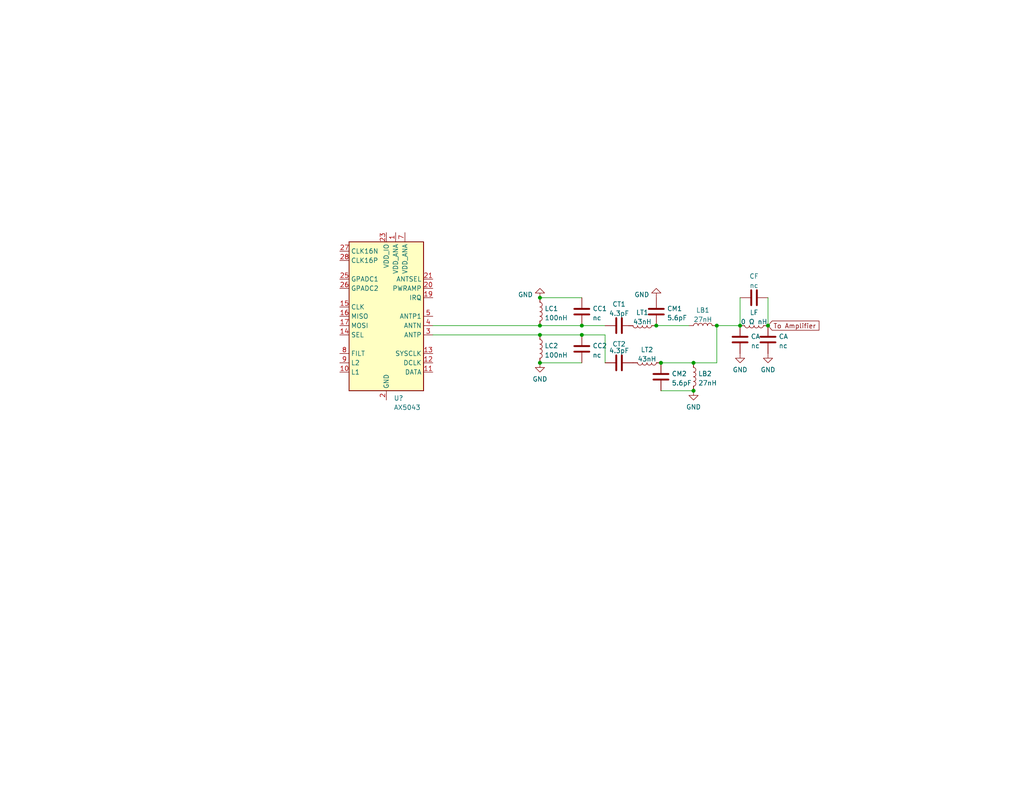
<source format=kicad_sch>
(kicad_sch (version 20211123) (generator eeschema)
  (paper "USLetter")
  (title_block (title "SilverSat Radio Module (AX5043 Board)") (company "SilverSat Limited") (comment 1 "(https://www.mouser.com/datasheet/2/308/AX5043_D-2309932.pdf)") (comment 2 "Antenna Output Circuit: AX5043 data pg. 34 "))
  (lib_symbols
    (symbol "Device:C" (pin_numbers hide) (pin_names (offset 0.254))
      (property "Reference" "C" (at 0.635 2.54 0))
      (property "Value" "C" (at 0.635 -2.54 0))
      (symbol "C_0_1"
        (polyline (pts (xy -2.032 -0.762) (xy 2.032 -0.762)) (stroke (width 0.508)))
        (polyline (pts (xy -2.032 0.762) (xy 2.032 0.762)) (stroke (width 0.508)))
      )
      (symbol "C_1_1"
        (pin passive line (at 0 3.81 270) (length 2.794) (name "~") (number "1"))
        (pin passive line (at 0 -3.81 90) (length 2.794) (name "~") (number "2"))
      )
    )
    (symbol "Device:L" (pin_numbers hide) (pin_names (offset 1.016) hide)
      (property "Reference" "L" (at -1.27 0 90))
      (property "Value" "L" (at 1.905 0 90))
      (symbol "L_0_1"
        (arc (start 0 -2.54) (mid 0.635 -1.905) (end 0 -1.27))
        (arc (start 0 -1.27) (mid 0.635 -0.635) (end 0 0))
        (arc (start 0 0) (mid 0.635 0.635) (end 0 1.27))
        (arc (start 0 1.27) (mid 0.635 1.905) (end 0 2.54))
      )
      (symbol "L_1_1"
        (pin passive line (at 0 3.81 270) (length 1.27) (name "1") (number "1"))
        (pin passive line (at 0 -3.81 90) (length 1.27) (name "2") (number "2"))
      )
    )
    (symbol "RF:AX5043"
      (property "Reference" "U" (at -8.89 21.59 0))
      (property "Value" "AX5043" (at 8.89 21.59 0))
      (symbol "AX5043_1_0"
        (rectangle (start -10.16 -20.32) (end 10.16 20.32) (stroke (width 0.254)) (fill (type background)))
      )
      (symbol "AX5043_1_1"
        (pin power_out line (at 2.54 22.86 270) (length 2.54) (name "VDD_ANA") (number "1"))
        (pin passive line (at -12.7 -15.24 0) (length 2.54) (name "L1") (number "10"))
        (pin bidirectional line (at 12.7 -15.24 180) (length 2.54) (name "DATA") (number "11"))
        (pin bidirectional line (at 12.7 -12.7 180) (length 2.54) (name "DCLK") (number "12"))
        (pin bidirectional line (at 12.7 -10.16 180) (length 2.54) (name "SYSCLK") (number "13"))
        (pin input line (at -12.7 -5.08 0) (length 2.54) (name "SEL") (number "14"))
        (pin input line (at -12.7 2.54 0) (length 2.54) (name "CLK") (number "15"))
        (pin output line (at -12.7 0 0) (length 2.54) (name "MISO") (number "16"))
        (pin input line (at -12.7 -2.54 0) (length 2.54) (name "MOSI") (number "17"))
        (pin no_connect line (at -2.54 -20.32 90) (length 2.54) hide (name "NC") (number "18"))
        (pin output line (at 12.7 5.08 180) (length 2.54) (name "IRQ") (number "19"))
        (pin power_in line (at 0 -22.86 90) (length 2.54) (name "GND") (number "2"))
        (pin bidirectional line (at 12.7 7.62 180) (length 2.54) (name "PWRAMP") (number "20"))
        (pin bidirectional line (at 12.7 10.16 180) (length 2.54) (name "ANTSEL") (number "21"))
        (pin no_connect line (at 2.54 -20.32 90) (length 2.54) hide (name "NC") (number "22"))
        (pin power_in line (at 0 22.86 270) (length 2.54) (name "VDD_IO") (number "23"))
        (pin no_connect line (at -5.08 -20.32 90) (length 2.54) hide (name "NC") (number "24"))
        (pin input line (at -12.7 10.16 0) (length 2.54) (name "GPADC1") (number "25"))
        (pin input line (at -12.7 7.62 0) (length 2.54) (name "GPADC2") (number "26"))
        (pin input line (at -12.7 17.78 0) (length 2.54) (name "CLK16N") (number "27"))
        (pin input line (at -12.7 15.24 0) (length 2.54) (name "CLK16P") (number "28"))
        (pin passive line (at 0 -22.86 90) (length 2.54) hide (name "GND") (number "29"))
        (pin bidirectional line (at 12.7 -5.08 180) (length 2.54) (name "ANTP") (number "3"))
        (pin bidirectional line (at 12.7 -2.54 180) (length 2.54) (name "ANTN") (number "4"))
        (pin output line (at 12.7 0 180) (length 2.54) (name "ANTP1") (number "5"))
        (pin passive line (at 0 -22.86 90) (length 2.54) hide (name "GND") (number "6"))
        (pin power_out line (at 5.08 22.86 270) (length 2.54) (name "VDD_ANA") (number "7"))
        (pin input line (at -12.7 -10.16 0) (length 2.54) (name "FILT") (number "8"))
        (pin passive line (at -12.7 -12.7 0) (length 2.54) (name "L2") (number "9"))
      )
    )
    (symbol "power:GND" (power) (pin_names (offset 0))
      (property "Value" "GND" (at 0 -3.81 0))
      (symbol "GND_0_1"
        (polyline (pts (xy 0 0) (xy 0 -1.27) (xy 1.27 -1.27) (xy 0 -2.54) (xy -1.27 -1.27) (xy 0 -1.27)))
      )
      (symbol "GND_1_1"
        (pin power_in line (at 0 0 270) (length 0) hide (name "GND") (number "1"))
      )
    )
  )
  (junction (at 195.58 88.9))
  (junction (at 180.34 99.06))
  (junction (at 147.32 81.28))
  (junction (at 209.55 88.9))
  (junction (at 147.32 99.06))
  (junction (at 158.75 91.44))
  (junction (at 158.75 88.9))
  (junction (at 201.93 88.9))
  (junction (at 189.23 99.06))
  (junction (at 179.07 88.9))
  (junction (at 189.23 106.68))
  (junction (at 147.32 91.44))
  (junction (at 147.32 88.9))
  (wire (pts (xy 195.58 99.06) (xy 189.23 99.06)))
  (wire (pts (xy 195.58 88.9) (xy 201.93 88.9)))
  (wire (pts (xy 180.34 106.68) (xy 189.23 106.68)))
  (wire (pts (xy 209.55 81.28) (xy 209.55 88.9)))
  (wire (pts (xy 158.75 91.44) (xy 165.1 91.44)))
  (wire (pts (xy 118.11 91.44) (xy 147.32 91.44)))
  (wire (pts (xy 147.32 91.44) (xy 158.75 91.44)))
  (wire (pts (xy 165.1 91.44) (xy 165.1 99.06)))
  (wire (pts (xy 147.32 81.28) (xy 158.75 81.28)))
  (wire (pts (xy 180.34 99.06) (xy 189.23 99.06)))
  (wire (pts (xy 118.11 88.9) (xy 147.32 88.9)))
  (wire (pts (xy 179.07 88.9) (xy 187.96 88.9)))
  (wire (pts (xy 147.32 99.06) (xy 158.75 99.06)))
  (wire (pts (xy 147.32 88.9) (xy 158.75 88.9)))
  (wire (pts (xy 158.75 88.9) (xy 165.1 88.9)))
  (wire (pts (xy 201.93 81.28) (xy 201.93 88.9)))
  (wire (pts (xy 195.58 88.9) (xy 195.58 99.06)))
  (global_label "To Amplifier" (shape input) (at 209.55 88.9 0) (property "Intersheet References" "${INTERSHEET_REFS}" (effects hide)))
  (symbol (lib_id "power:GND") (at 189.23 106.68 0) (unit 1)
    (property "Reference" "#PWR?" (effects hide))
    (property "Value" "GND" (at 189.23 111.1234 0))
  )
  (symbol (lib_id "RF:AX5043") (at 105.41 86.36 0) (unit 1)
    (property "Reference" "U?" (at 107.4294 108.7104 0) (effects (justify left)))
    (property "Value" "AX5043" (at 107.4294 111.2473 0) (effects (justify left)))
    (property "Footprint" "Package_DFN_QFN:QFN-28-1EP_5x5mm_P0.5mm_EP3.35x3.35mm" (effects hide))
    (property "Datasheet" "https://www.onsemi.com/pub/Collateral/AX5043-D.PDF" (effects hide))
  )
  (symbol (lib_id "power:GND") (at 147.32 99.06 0) (unit 1)
    (property "Reference" "#PWR?" (effects hide))
    (property "Value" "GND" (at 147.32 103.5034 0))
  )
  (symbol (lib_id "power:GND") (at 147.32 81.28 0) (mirror x) (unit 1)
    (property "Reference" "#PWR?" (effects hide))
    (property "Value" "GND" (at 145.4151 80.4438 0) (effects (justify right)))
  )
  (symbol (lib_id "Device:L") (at 205.74 88.9 270) (unit 1)
    (property "Reference" "LF" (at 205.74 85.3272 90))
    (property "Value" "0 Ω nH" (at 205.74 87.8641 90))
  )
  (symbol (lib_id "Device:C") (at 168.91 88.9 90) (unit 1)
    (property "Reference" "CT1" (at 168.91 83.0412 90))
    (property "Value" "4.3pF" (at 168.91 85.5781 90))
  )
  (symbol (lib_id "power:GND") (at 209.55 96.52 0) (unit 1)
    (property "Reference" "#PWR?" (effects hide))
    (property "Value" "GND" (at 209.55 100.9634 0))
  )
  (symbol (lib_id "Device:C") (at 205.74 81.28 90) (unit 1)
    (property "Reference" "CF" (at 205.74 75.4212 90))
    (property "Value" "nc" (at 205.74 77.9581 90))
  )
  (symbol (lib_id "Device:L") (at 175.26 88.9 90) (mirror x) (unit 1)
    (property "Reference" "LT1" (at 175.26 85.3272 90))
    (property "Value" "43nH" (at 175.26 87.8641 90))
  )
  (symbol (lib_id "power:GND") (at 201.93 96.52 0) (unit 1)
    (property "Reference" "#PWR?" (effects hide))
    (property "Value" "GND" (at 201.93 100.9634 0))
  )
  (symbol (lib_id "Device:L") (at 147.32 95.25 0) (unit 1)
    (property "Reference" "LC2" (at 148.59 94.4153 0) (effects (justify left)))
    (property "Value" "100nH" (at 148.59 96.9522 0) (effects (justify left)))
  )
  (symbol (lib_id "Device:L") (at 189.23 102.87 0) (unit 1)
    (property "Reference" "LB2" (at 190.5 102.0353 0) (effects (justify left)))
    (property "Value" "27nH" (at 190.5 104.5722 0) (effects (justify left)))
  )
  (symbol (lib_id "Device:C") (at 179.07 85.09 0) (unit 1)
    (property "Reference" "CM1" (at 181.991 84.2553 0) (effects (justify left)))
    (property "Value" "5.6pF" (at 181.991 86.7922 0) (effects (justify left)))
  )
  (symbol (lib_id "Device:L") (at 191.77 88.9 90) (unit 1)
    (property "Reference" "LB1" (at 191.77 84.6922 90))
    (property "Value" "27nH" (at 191.77 87.2291 90))
  )
  (symbol (lib_id "power:GND") (at 179.07 81.28 0) (mirror x) (unit 1)
    (property "Reference" "#PWR?" (effects hide))
    (property "Value" "GND" (at 177.1651 80.4438 0) (effects (justify right)))
  )
  (symbol (lib_id "Device:C") (at 180.34 102.87 0) (unit 1)
    (property "Reference" "CM2" (at 183.261 102.0353 0) (effects (justify left)))
    (property "Value" "5.6pF" (at 183.261 104.5722 0) (effects (justify left)))
  )
  (symbol (lib_id "Device:L") (at 176.53 99.06 90) (mirror x) (unit 1)
    (property "Reference" "LT2" (at 176.53 95.4872 90))
    (property "Value" "43nH" (at 176.53 98.0241 90))
  )
  (symbol (lib_id "Device:C") (at 158.75 85.09 0) (unit 1)
    (property "Reference" "CC1" (at 161.671 84.2553 0) (effects (justify left)))
    (property "Value" "nc" (at 161.671 86.7922 0) (effects (justify left)))
  )
  (symbol (lib_id "Device:C") (at 168.91 99.06 270) (mirror x) (unit 1)
    (property "Reference" "CT2" (at 168.91 93.2012 90) (effects (justify bottom)))
    (property "Value" "4.3pF" (at 168.91 95.7381 90))
  )
  (symbol (lib_id "Device:L") (at 147.32 85.09 0) (unit 1)
    (property "Reference" "LC1" (at 148.59 84.2553 0) (effects (justify left)))
    (property "Value" "100nH" (at 148.59 86.7922 0) (effects (justify left)))
  )
  (symbol (lib_id "Device:C") (at 201.93 92.71 0) (unit 1)
    (property "Reference" "CA" (at 204.851 91.8753 0) (effects (justify left)))
    (property "Value" "nc" (at 204.851 94.4122 0) (effects (justify left)))
  )
  (symbol (lib_id "Device:C") (at 209.55 92.71 0) (unit 1)
    (property "Reference" "CA" (at 212.471 91.8753 0) (effects (justify left)))
    (property "Value" "nc" (at 212.471 94.4122 0) (effects (justify left)))
  )
  (symbol (lib_id "Device:C") (at 158.75 95.25 0) (unit 1)
    (property "Reference" "CC2" (at 161.671 94.4153 0) (effects (justify left)))
    (property "Value" "nc" (at 161.671 96.9522 0) (effects (justify left)))
  )
)
</source>
